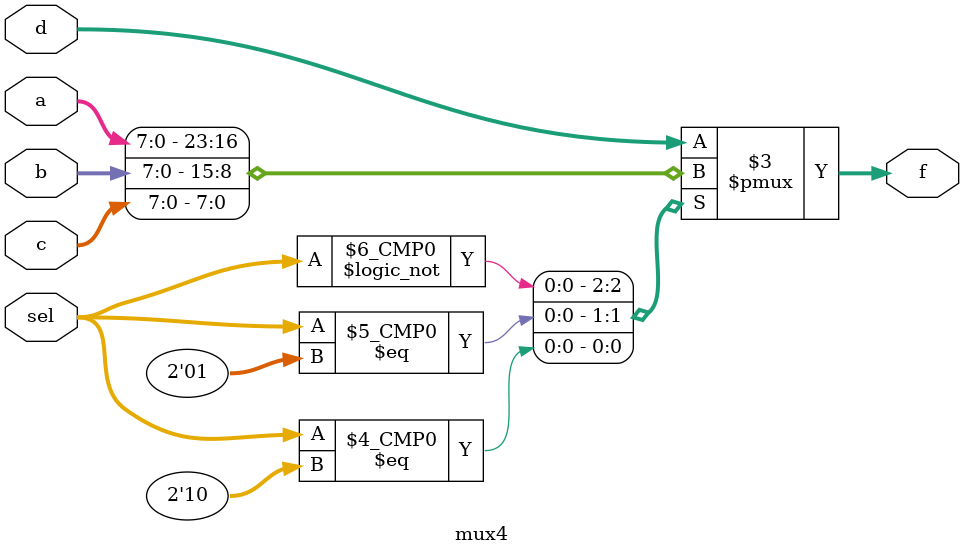
<source format=sv>
module mux4 #(parameter width = 8)
(
	input [1:0] sel,
	input [width-1:0] a,b,c,d,
	output logic [width-1:0] f
);

always_comb
begin
	case (sel)
	2'd0: f = a;
	2'd1: f = b;
	2'd2: f = c;
	default: f = d;
	endcase
end

endmodule : mux4
</source>
